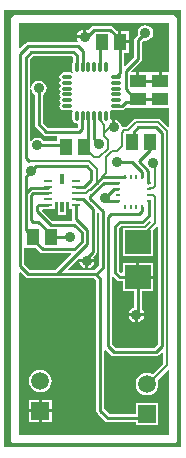
<source format=gtl>
%FSAX24Y24*%
%MOIN*%
G70*
G01*
G75*
G04 Layer_Physical_Order=1*
G04 Layer_Color=255*
%ADD10R,0.0177X0.0114*%
%ADD11R,0.0114X0.0177*%
%ADD12R,0.0315X0.0114*%
%ADD13R,0.0126X0.0354*%
%ADD14O,0.0116X0.0354*%
%ADD15O,0.0354X0.0116*%
%ADD16R,0.0433X0.0551*%
%ADD17R,0.0866X0.0787*%
%ADD18R,0.0551X0.0433*%
%ADD19C,0.0100*%
%ADD20C,0.0080*%
%ADD21C,0.0591*%
%ADD22R,0.0591X0.0591*%
%ADD23C,0.0350*%
G36*
X026050Y030265D02*
X026004Y030246D01*
X026000Y030250D01*
X020150D01*
Y044800D01*
X026050D01*
Y030265D01*
D02*
G37*
%LPC*%
G36*
X025780Y044633D02*
X020500D01*
X020449Y044622D01*
X020406Y044594D01*
X020378Y044551D01*
X020367Y044500D01*
Y030500D01*
X020367Y030500D01*
X020367D01*
X020378Y030449D01*
X020406Y030406D01*
X020449Y030378D01*
X020500Y030367D01*
X025780D01*
X025831Y030378D01*
X025874Y030406D01*
X025902Y030449D01*
X025913Y030500D01*
Y044500D01*
X025902Y044551D01*
X025874Y044594D01*
X025831Y044622D01*
X025780Y044633D01*
D02*
G37*
%LPD*%
G36*
X020856Y035906D02*
X020899Y035878D01*
X020950Y035867D01*
X023145D01*
X023217Y035795D01*
Y031450D01*
X023228Y031399D01*
X023256Y031356D01*
X023256Y031356D01*
X023256Y031356D01*
X023506Y031106D01*
X023506Y031106D01*
X023506D01*
X023506Y031106D01*
X023506D01*
X023506Y031106D01*
Y031106D01*
Y031106D01*
D01*
D01*
X023506D01*
Y031106D01*
X023549Y031078D01*
X023600Y031067D01*
X024525D01*
Y030975D01*
X025275D01*
Y031725D01*
X024525D01*
Y031333D01*
X023655D01*
X023483Y031505D01*
Y033465D01*
X023529Y033484D01*
X023706Y033306D01*
X023749Y033278D01*
X023800Y033267D01*
X025200D01*
X025251Y033278D01*
X025294Y033306D01*
X025294Y033306D01*
X025294Y033306D01*
X025401Y033414D01*
X025448Y033395D01*
Y033021D01*
X025098Y032671D01*
X025089Y032678D01*
X024998Y032716D01*
X024900Y032729D01*
X024802Y032716D01*
X024711Y032678D01*
X024632Y032618D01*
X024572Y032539D01*
X024534Y032448D01*
X024521Y032350D01*
X024534Y032252D01*
X024572Y032161D01*
X024632Y032082D01*
X024711Y032022D01*
X024802Y031984D01*
X024900Y031971D01*
X024998Y031984D01*
X025089Y032022D01*
X025168Y032082D01*
X025228Y032161D01*
X025266Y032252D01*
X025279Y032350D01*
X025266Y032448D01*
X025253Y032480D01*
X025601Y032828D01*
X025647Y032809D01*
Y030633D01*
X020633D01*
Y036065D01*
X020679Y036084D01*
X020856Y035906D01*
D02*
G37*
G36*
X023287Y038034D02*
Y036275D01*
X023145Y036133D01*
X022285D01*
X022266Y036179D01*
X022605Y036517D01*
X022637Y036500D01*
X023150D01*
X023140Y036549D01*
X023117Y036585D01*
X023184Y036652D01*
X023212Y036695D01*
X023223Y036745D01*
Y038052D01*
X023246Y038061D01*
X023287Y038034D01*
D02*
G37*
G36*
X025015Y037798D02*
X025025Y037749D01*
X024840Y037564D01*
X024087D01*
Y036617D01*
X025113D01*
Y037491D01*
X025221Y037599D01*
X025267Y037580D01*
Y033655D01*
X025145Y033533D01*
X023855D01*
X023733Y033655D01*
Y035915D01*
X023779Y035934D01*
X023906Y035806D01*
X023949Y035778D01*
X024000Y035767D01*
X024047Y035777D01*
X024087D01*
Y035436D01*
X024467D01*
Y034894D01*
X024451Y034890D01*
X024366Y034834D01*
X024310Y034750D01*
X024300Y034700D01*
X024800D01*
X024790Y034750D01*
X024734Y034834D01*
X024733Y034835D01*
Y035436D01*
X025113D01*
Y035859D01*
X024600D01*
Y035909D01*
X024550D01*
Y036383D01*
X024087D01*
Y036066D01*
X024041Y036047D01*
X023983Y036105D01*
Y037545D01*
X024055Y037617D01*
X024750D01*
X024801Y037628D01*
X024844Y037656D01*
X024994Y037807D01*
X025015Y037798D01*
D02*
G37*
G36*
X021331Y036751D02*
X021374Y036722D01*
X021425Y036712D01*
X022359D01*
X022378Y036666D01*
X021845Y036133D01*
X021005D01*
X020813Y036325D01*
Y036894D01*
X021187D01*
X021331Y036751D01*
D02*
G37*
G36*
X022307Y038404D02*
Y038372D01*
Y038176D01*
X022412D01*
Y037847D01*
X022416Y037827D01*
X022385Y037788D01*
X021749D01*
X021408Y038129D01*
X021427Y038176D01*
X021837D01*
Y038372D01*
Y038402D01*
X021849Y038412D01*
X021929D01*
Y037977D01*
X022215D01*
Y038412D01*
X022298D01*
X022307Y038404D01*
D02*
G37*
G36*
X022425Y043257D02*
Y043067D01*
X022417Y043026D01*
Y042788D01*
X022422Y042763D01*
X022387Y042728D01*
X022362Y042733D01*
X022124D01*
X022070Y042722D01*
X022024Y042692D01*
X021994Y042646D01*
X021983Y042592D01*
X021994Y042538D01*
X022024Y042494D01*
X021994Y042449D01*
X021983Y042395D01*
X021994Y042341D01*
X022024Y042297D01*
X021994Y042252D01*
X021983Y042198D01*
X021994Y042145D01*
X022024Y042100D01*
X021994Y042055D01*
X021983Y042002D01*
X021994Y041948D01*
X022024Y041903D01*
X021994Y041859D01*
X021983Y041805D01*
X021994Y041751D01*
X022024Y041706D01*
X021994Y041662D01*
X021983Y041608D01*
X021994Y041554D01*
X022024Y041508D01*
X022070Y041478D01*
X022124Y041467D01*
X022362D01*
X022387Y041472D01*
X022422Y041437D01*
X022417Y041412D01*
Y041174D01*
X022428Y041120D01*
X022458Y041074D01*
X022504Y041044D01*
X022558Y041033D01*
X022576Y041037D01*
X022614Y041005D01*
Y040908D01*
X022589Y040883D01*
X021605D01*
X021433Y041055D01*
Y041982D01*
X021484Y042016D01*
X021540Y042101D01*
X021560Y042200D01*
X021540Y042299D01*
X021484Y042384D01*
X021400Y042440D01*
X021300Y042460D01*
X021200Y042440D01*
X021116Y042384D01*
X021060Y042299D01*
X021042Y042212D01*
X020993Y042216D01*
Y043175D01*
X021105Y043287D01*
X022395D01*
X022425Y043257D01*
D02*
G37*
G36*
X025647Y042742D02*
X025400D01*
Y042445D01*
X025300D01*
Y042742D01*
X024994D01*
D01*
D01*
X024994Y042742D01*
X024956D01*
Y042742D01*
X024650D01*
Y042445D01*
X024550D01*
Y042742D01*
X024397D01*
X024378Y042788D01*
X024694Y043104D01*
X024694Y043104D01*
X024694Y043104D01*
X024722Y043147D01*
X024733Y043197D01*
Y043745D01*
X024789Y043802D01*
X024850Y043790D01*
X024950Y043810D01*
X025034Y043866D01*
X025090Y043951D01*
X025110Y044050D01*
X025090Y044149D01*
X025034Y044234D01*
X024950Y044290D01*
X024850Y044310D01*
X024750Y044290D01*
X024666Y044234D01*
X024610Y044149D01*
X024590Y044050D01*
X024602Y043989D01*
X024506Y043894D01*
X024478Y043851D01*
X024467Y043800D01*
Y043252D01*
X024174Y042959D01*
X024128Y042978D01*
Y043394D01*
X024292D01*
Y043700D01*
X023995D01*
Y043750D01*
X023945D01*
Y044106D01*
X023913D01*
X023769Y044249D01*
X023726Y044278D01*
X023675Y044288D01*
X023134D01*
X023084Y044278D01*
X023041Y044249D01*
X022937Y044146D01*
X022918Y044159D01*
X022869Y044169D01*
Y043919D01*
X022819D01*
Y043869D01*
X022569D01*
X022578Y043819D01*
X022607Y043777D01*
X022583Y043733D01*
X020930D01*
X020879Y043722D01*
X020836Y043694D01*
X020679Y043536D01*
X020633Y043555D01*
Y044367D01*
X025647D01*
Y042742D01*
D02*
G37*
G36*
X021060Y042101D02*
X021116Y042016D01*
X021167Y041982D01*
Y041000D01*
X021178Y040949D01*
X021206Y040906D01*
X021206Y040906D01*
X021206D01*
Y040906D01*
X021206Y040906D01*
X021456Y040656D01*
X021456Y040656D01*
X021456D01*
X021456Y040656D01*
X021456D01*
X021456Y040656D01*
Y040656D01*
Y040656D01*
D01*
D01*
X021456D01*
Y040656D01*
X021499Y040628D01*
X021550Y040617D01*
X021908D01*
Y040606D01*
X021908D01*
Y040433D01*
X021468D01*
X021434Y040484D01*
X021349Y040540D01*
X021250Y040560D01*
X021151Y040540D01*
X021066Y040484D01*
X021040Y040445D01*
X020993Y040460D01*
Y042184D01*
X021042Y042188D01*
X021060Y042101D01*
D02*
G37*
G36*
X024244Y041558D02*
Y041558D01*
X024244Y041558D01*
X024956D01*
Y041558D01*
X024956D01*
X024956Y041558D01*
X024994D01*
Y041558D01*
X025647D01*
Y040931D01*
X025601Y040912D01*
X025357Y041157D01*
X025317Y041183D01*
X025270Y041192D01*
X024530D01*
X024483Y041183D01*
X024443Y041157D01*
X024209Y040922D01*
X024143D01*
X024096Y040913D01*
X024041Y040995D01*
X024040Y040999D01*
X023984Y041084D01*
X023900Y041140D01*
X023850Y041150D01*
Y040900D01*
X023750D01*
Y041160D01*
X023687Y041173D01*
X023683Y041176D01*
Y041412D01*
X023678Y041437D01*
X023713Y041472D01*
X023738Y041467D01*
X023976D01*
X024017Y041475D01*
X024058D01*
X024109Y041485D01*
X024152Y041514D01*
X024210Y041572D01*
X024244Y041558D01*
D02*
G37*
%LPC*%
G36*
X021725Y031825D02*
X021400D01*
Y031500D01*
X021725D01*
Y031825D01*
D02*
G37*
G36*
X021300D02*
X020975D01*
Y031500D01*
X021300D01*
Y031825D01*
D02*
G37*
G36*
Y031400D02*
X020975D01*
Y031075D01*
X021300D01*
Y031400D01*
D02*
G37*
G36*
X021725D02*
X021400D01*
Y031075D01*
X021725D01*
Y031400D01*
D02*
G37*
G36*
X021350Y032829D02*
X021252Y032816D01*
X021161Y032778D01*
X021082Y032718D01*
X021022Y032639D01*
X020984Y032548D01*
X020971Y032450D01*
X020984Y032352D01*
X021022Y032261D01*
X021082Y032182D01*
X021161Y032122D01*
X021252Y032084D01*
X021350Y032071D01*
X021448Y032084D01*
X021539Y032122D01*
X021618Y032182D01*
X021678Y032261D01*
X021716Y032352D01*
X021729Y032450D01*
X021716Y032548D01*
X021678Y032639D01*
X021618Y032718D01*
X021539Y032778D01*
X021448Y032816D01*
X021350Y032829D01*
D02*
G37*
G36*
X023150Y036400D02*
X022950D01*
Y036200D01*
X022999Y036210D01*
X023084Y036266D01*
X023140Y036351D01*
X023150Y036400D01*
D02*
G37*
G36*
X024292Y044106D02*
X024045D01*
Y043800D01*
X024292D01*
Y044106D01*
D02*
G37*
G36*
X022769Y044169D02*
X022719Y044159D01*
X022635Y044103D01*
X022578Y044018D01*
X022569Y043969D01*
X022769D01*
Y044169D01*
D02*
G37*
G36*
X022850Y036400D02*
X022650D01*
X022660Y036351D01*
X022716Y036266D01*
X022801Y036210D01*
X022850Y036200D01*
Y036400D01*
D02*
G37*
G36*
X024500Y034600D02*
X024300D01*
X024310Y034550D01*
X024366Y034466D01*
X024451Y034410D01*
X024500Y034400D01*
Y034600D01*
D02*
G37*
G36*
X024800D02*
X024600D01*
Y034400D01*
X024650Y034410D01*
X024734Y034466D01*
X024790Y034550D01*
X024800Y034600D01*
D02*
G37*
G36*
X025113Y036383D02*
X024650D01*
Y035959D01*
X025113D01*
Y036383D01*
D02*
G37*
%LPD*%
D10*
X023950Y039050D02*
D03*
Y038853D02*
D03*
Y038656D02*
D03*
Y038459D02*
D03*
X024954D02*
D03*
Y038656D02*
D03*
Y038853D02*
D03*
Y039050D02*
D03*
D11*
X024157Y038253D02*
D03*
X024354D02*
D03*
X024550D02*
D03*
X024747D02*
D03*
Y039257D02*
D03*
X024550D02*
D03*
X024354D02*
D03*
X024157D02*
D03*
D12*
X021600Y038313D02*
D03*
Y038509D02*
D03*
Y038706D02*
D03*
Y038903D02*
D03*
Y039100D02*
D03*
X022545Y038313D02*
D03*
Y038509D02*
D03*
Y038706D02*
D03*
Y038903D02*
D03*
Y039100D02*
D03*
D13*
X022072Y039179D02*
D03*
Y038234D02*
D03*
D14*
X022558Y042907D02*
D03*
X022755D02*
D03*
X022952D02*
D03*
X023148D02*
D03*
X023345D02*
D03*
X023542D02*
D03*
Y041293D02*
D03*
X023345D02*
D03*
X023148D02*
D03*
X022952D02*
D03*
X022755D02*
D03*
X022558D02*
D03*
D15*
X023857Y042592D02*
D03*
Y042395D02*
D03*
Y042198D02*
D03*
Y042002D02*
D03*
Y041805D02*
D03*
Y041608D02*
D03*
X022243D02*
D03*
Y041805D02*
D03*
Y042002D02*
D03*
Y042198D02*
D03*
Y042395D02*
D03*
Y042592D02*
D03*
D16*
X021695Y037250D02*
D03*
X021105D02*
D03*
X024405Y040400D02*
D03*
X024995D02*
D03*
X022795Y040250D02*
D03*
X022205D02*
D03*
X023995Y043750D02*
D03*
X023405D02*
D03*
D17*
X024600Y037091D02*
D03*
Y035909D02*
D03*
D18*
X025350Y042445D02*
D03*
Y041855D02*
D03*
X024600Y042445D02*
D03*
Y041855D02*
D03*
D19*
X023411Y039257D02*
X024157D01*
X022545Y038903D02*
X022803D01*
X023050Y039150D01*
X023002Y038848D02*
X023220Y039065D01*
X022763Y038509D02*
X023090Y038182D01*
X022545Y038509D02*
X022763D01*
X022545Y037847D02*
Y038313D01*
Y037847D02*
X022910Y037482D01*
X021283Y038313D02*
X021600D01*
X021220Y038250D02*
X021283Y038313D01*
X021220Y038130D02*
Y038250D01*
X021106Y038706D02*
X021600D01*
X021040Y038640D02*
X021106Y038706D01*
X021040Y037810D02*
Y038640D01*
X021590Y038893D02*
X021600Y038903D01*
X021029Y038893D02*
X021590D01*
X020860Y038725D02*
X021029Y038893D01*
X020860Y037495D02*
Y038725D01*
X023148Y040502D02*
X023300Y040350D01*
X023148Y040502D02*
Y041293D01*
X024995Y040250D02*
Y040400D01*
Y040145D02*
Y040250D01*
Y040400D02*
X025045Y040195D01*
X024954Y040209D02*
X024995Y040250D01*
X024622Y039772D02*
X024995Y040145D01*
Y040250D02*
X025045Y040300D01*
X024923Y039042D02*
Y039087D01*
X024936Y039100D01*
Y039457D01*
X024622Y039772D02*
X024936Y039457D01*
X025045Y040195D02*
Y040300D01*
X020860Y038725D02*
Y039260D01*
X021050Y039450D01*
X021200Y039600D01*
X022900D01*
X024954Y037954D02*
Y038459D01*
X024629Y038000D02*
X024739Y038110D01*
Y038245D02*
X024747Y038253D01*
X024739Y038110D02*
Y038245D01*
X024747Y038253D02*
X024750Y038250D01*
X024739Y039264D02*
Y039399D01*
Y039264D02*
X024747Y039257D01*
X024389Y039750D02*
X024739Y039399D01*
X023900Y039750D02*
X024389D01*
X023505Y038559D02*
X023605Y038459D01*
X023950D01*
X023505Y038559D02*
X023800Y038853D01*
X023950D01*
X023420Y036220D02*
Y038107D01*
X023013Y038513D02*
X023420Y038107D01*
X023013Y038513D02*
Y038604D01*
X023459Y039050D01*
X022819Y043919D02*
X022897D01*
X023134Y044156D01*
X023675D01*
X023995Y043835D01*
Y043750D02*
Y043835D01*
X023857Y042592D02*
X023995Y042730D01*
Y043750D01*
X024600Y042445D02*
X025350D01*
X024600Y041855D02*
X025350D01*
X022900Y039600D02*
X023050Y039450D01*
Y039150D02*
Y039450D01*
X023947Y038850D02*
X023950Y038853D01*
X023941Y038450D02*
X023950Y038459D01*
X024600Y040900D02*
X025200D01*
X025400Y040700D01*
X024455Y040755D02*
X024600Y040900D01*
X024455Y040300D02*
Y040755D01*
X023345Y043691D02*
X023405Y043750D01*
X023345Y042907D02*
Y043691D01*
X023459Y039050D02*
X023950D01*
X022755Y042907D02*
Y043445D01*
X022600Y043600D02*
X022755Y043445D01*
X020680Y043350D02*
X020930Y043600D01*
X022600D01*
X020680Y036270D02*
X020950Y036000D01*
X022558Y042907D02*
Y043312D01*
X022450Y043420D02*
X022558Y043312D01*
X020860Y043230D02*
X021050Y043420D01*
X022450D01*
X020860Y039890D02*
Y043230D01*
Y039890D02*
X020970Y039780D01*
X023200Y036000D02*
X023350Y035850D01*
Y031450D02*
Y035850D01*
Y031450D02*
X023600Y031200D01*
X024750D01*
X024900Y031350D01*
X025400Y033600D02*
Y040700D01*
X025200Y033400D02*
X025400Y033600D01*
X023800Y033400D02*
X025200D01*
X023600Y033600D02*
X023800Y033400D01*
X023600Y033600D02*
Y037450D01*
X023700Y038000D02*
X024629D01*
X023600Y037900D02*
X023700Y038000D01*
X023600Y037450D02*
Y037900D01*
X024750Y037750D02*
X024954Y037954D01*
X024000Y037750D02*
X024750D01*
X023850Y037600D02*
X024000Y037750D01*
X023850Y036050D02*
Y037600D01*
Y036050D02*
X024000Y035900D01*
X024009Y035909D01*
X024600D01*
X021040Y037810D02*
X021100Y037750D01*
X023857Y041608D02*
X024058D01*
X024200Y041750D01*
X024495D01*
X024450Y041705D02*
X024495Y041750D01*
X024194Y042175D02*
X024515Y041855D01*
X024194Y042175D02*
Y042792D01*
X024600Y043197D01*
Y043800D01*
X024850Y044050D01*
X024495Y041750D02*
X024600Y041855D01*
X024600Y041855D01*
X024515Y041855D02*
X024600D01*
X024600D01*
X021900Y036000D02*
X023200D01*
X023420Y036220D01*
X020860Y037495D02*
X021105Y037250D01*
X021100Y037750D02*
X021281D01*
X021695Y037335D01*
Y037250D02*
Y037335D01*
X020680Y036270D02*
Y043350D01*
X021695Y037250D02*
X022350D01*
X024600Y034700D02*
Y035909D01*
X024550Y034650D02*
X024600Y034700D01*
X022730Y037093D02*
Y037407D01*
X022482Y036844D02*
X022730Y037093D01*
X021425Y036844D02*
X022482D01*
X021105Y037165D02*
X021425Y036844D01*
X021105Y037165D02*
Y037250D01*
X022900Y036450D02*
X022910Y036460D01*
X021220Y038130D02*
X021694Y037656D01*
X022482D01*
X022730Y037407D01*
X020950Y036000D02*
X021900D01*
X022910Y037010D02*
Y037482D01*
X021900Y036000D02*
X022910Y037010D01*
X023090Y036745D02*
Y038182D01*
X022900Y036555D02*
X023090Y036745D01*
X022900Y036450D02*
Y036555D01*
X023148Y041293D02*
X023148Y041293D01*
X022747Y041285D02*
X022755Y041293D01*
X022944Y041285D02*
X022952Y041293D01*
X023141Y041285D02*
X023148Y041293D01*
X023141Y041285D02*
X023141Y041285D01*
X023148Y041293D01*
X023141Y041285D02*
Y041285D01*
X023220Y039065D02*
X023411Y039257D01*
X023148Y041293D02*
Y041293D01*
X021250Y040300D02*
X022155D01*
X022205Y040250D01*
X023141Y041285D02*
X023148Y041293D01*
X022952Y040406D02*
Y041293D01*
X022795Y040250D02*
X022952Y040406D01*
X022747Y040853D02*
Y041285D01*
X021550Y040750D02*
X022650D01*
X021300Y041000D02*
X021550Y040750D01*
X021300Y041000D02*
Y042200D01*
X022650Y040750D02*
Y040756D01*
X022747Y040853D01*
D20*
X022861Y038706D02*
X023002Y038848D01*
X022545Y038706D02*
X022861D01*
X023668Y040900D02*
X023800D01*
X023468Y040700D02*
X023668Y040900D01*
X023468Y040700D02*
Y040996D01*
Y040599D02*
Y040700D01*
X023300Y039900D02*
X023595Y040195D01*
Y040472D01*
X023468Y040599D02*
X023595Y040472D01*
X024285Y040825D02*
X024530Y041070D01*
X024285Y040800D02*
Y040825D01*
X024143Y040800D02*
X024285D01*
X024068Y040725D02*
X024143Y040800D01*
X024530Y041070D02*
X025270D01*
X024900Y032350D02*
X024950D01*
X025570Y032970D01*
Y040770D01*
X025270Y041070D02*
X025570Y040770D01*
X023747Y040120D02*
X023916D01*
X024068Y040272D01*
Y040725D01*
X025095Y039729D02*
X025163Y039662D01*
Y038941D02*
Y039662D01*
X025092Y038871D02*
X025163Y038941D01*
X024972Y038871D02*
X025092D01*
X024954Y038853D02*
X024972Y038871D01*
X024600Y037091D02*
Y037151D01*
X025163Y037714D01*
Y038568D01*
X025092Y038639D02*
X025163Y038568D01*
X024972Y038639D02*
X025092D01*
X024954Y038656D02*
X024972Y038639D01*
X023327Y041275D02*
X023345Y041293D01*
X023530Y039903D02*
X023747Y040120D01*
X023220Y039065D02*
Y039520D01*
X020970Y039780D02*
X022960D01*
X023220Y039520D01*
X023530Y039375D02*
Y039903D01*
X023411Y039257D02*
X023530Y039375D01*
X023345Y041293D02*
X023363Y041275D01*
Y041101D02*
Y041275D01*
Y041101D02*
X023468Y040996D01*
X023145Y039900D02*
X023300D01*
X022795Y040250D02*
X023145Y039900D01*
D21*
X024900Y032350D02*
D03*
X021350Y032450D02*
D03*
D22*
X024900Y031350D02*
D03*
X021350Y031450D02*
D03*
D23*
X023800Y040900D02*
D03*
X023300Y040350D02*
D03*
X025095Y039729D02*
D03*
X021050Y039450D02*
D03*
X023505Y038559D02*
D03*
X022819Y043919D02*
D03*
X023900Y039750D02*
D03*
X024850Y044050D02*
D03*
X022350Y037250D02*
D03*
X024550Y034650D02*
D03*
X022900Y036450D02*
D03*
X021250Y040300D02*
D03*
X021300Y042200D02*
D03*
M02*

</source>
